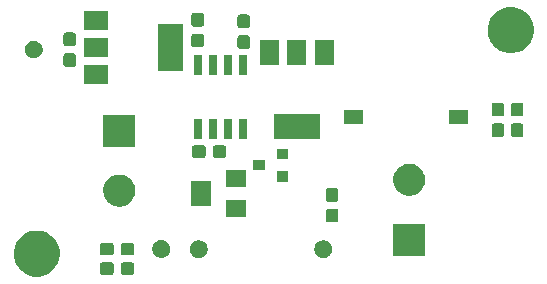
<source format=gbr>
G04 #@! TF.GenerationSoftware,KiCad,Pcbnew,5.0.2+dfsg1-1*
G04 #@! TF.CreationDate,2020-04-05T02:10:05-04:00*
G04 #@! TF.ProjectId,vreg-741,76726567-2d37-4343-912e-6b696361645f,rev?*
G04 #@! TF.SameCoordinates,Original*
G04 #@! TF.FileFunction,Soldermask,Top*
G04 #@! TF.FilePolarity,Negative*
%FSLAX46Y46*%
G04 Gerber Fmt 4.6, Leading zero omitted, Abs format (unit mm)*
G04 Created by KiCad (PCBNEW 5.0.2+dfsg1-1) date Sun 05 Apr 2020 02:10:05 AM EDT*
%MOMM*%
%LPD*%
G01*
G04 APERTURE LIST*
%ADD10C,0.100000*%
G04 APERTURE END LIST*
D10*
G36*
X168717083Y-86515975D02*
X168717085Y-86515976D01*
X168717086Y-86515976D01*
X169072145Y-86663046D01*
X169072146Y-86663047D01*
X169391693Y-86876561D01*
X169663439Y-87148307D01*
X169663441Y-87148310D01*
X169876954Y-87467855D01*
X170011196Y-87791944D01*
X170024025Y-87822917D01*
X170099000Y-88199842D01*
X170099000Y-88584158D01*
X170069366Y-88733140D01*
X170024024Y-88961086D01*
X169876954Y-89316145D01*
X169821592Y-89399000D01*
X169663439Y-89635693D01*
X169391693Y-89907439D01*
X169391690Y-89907441D01*
X169072145Y-90120954D01*
X168717086Y-90268024D01*
X168717085Y-90268024D01*
X168717083Y-90268025D01*
X168340158Y-90343000D01*
X167955842Y-90343000D01*
X167578917Y-90268025D01*
X167578915Y-90268024D01*
X167578914Y-90268024D01*
X167223855Y-90120954D01*
X166904310Y-89907441D01*
X166904307Y-89907439D01*
X166632561Y-89635693D01*
X166474408Y-89399000D01*
X166419046Y-89316145D01*
X166271976Y-88961086D01*
X166226635Y-88733140D01*
X166197000Y-88584158D01*
X166197000Y-88199842D01*
X166271975Y-87822917D01*
X166284804Y-87791944D01*
X166419046Y-87467855D01*
X166632559Y-87148310D01*
X166632561Y-87148307D01*
X166904307Y-86876561D01*
X167223854Y-86663047D01*
X167223855Y-86663046D01*
X167578914Y-86515976D01*
X167578915Y-86515976D01*
X167578917Y-86515975D01*
X167955842Y-86441000D01*
X168340158Y-86441000D01*
X168717083Y-86515975D01*
X168717083Y-86515975D01*
G37*
G36*
X176253859Y-89140445D02*
X176291353Y-89151819D01*
X176325917Y-89170294D01*
X176356207Y-89195153D01*
X176381066Y-89225443D01*
X176399541Y-89260007D01*
X176410915Y-89297501D01*
X176415360Y-89342638D01*
X176415360Y-89981362D01*
X176410915Y-90026499D01*
X176399541Y-90063993D01*
X176381066Y-90098557D01*
X176356207Y-90128847D01*
X176325917Y-90153706D01*
X176291353Y-90172181D01*
X176253859Y-90183555D01*
X176208722Y-90188000D01*
X175469998Y-90188000D01*
X175424861Y-90183555D01*
X175387367Y-90172181D01*
X175352803Y-90153706D01*
X175322513Y-90128847D01*
X175297654Y-90098557D01*
X175279179Y-90063993D01*
X175267805Y-90026499D01*
X175263360Y-89981362D01*
X175263360Y-89342638D01*
X175267805Y-89297501D01*
X175279179Y-89260007D01*
X175297654Y-89225443D01*
X175322513Y-89195153D01*
X175352803Y-89170294D01*
X175387367Y-89151819D01*
X175424861Y-89140445D01*
X175469998Y-89136000D01*
X176208722Y-89136000D01*
X176253859Y-89140445D01*
X176253859Y-89140445D01*
G37*
G36*
X174503859Y-89140445D02*
X174541353Y-89151819D01*
X174575917Y-89170294D01*
X174606207Y-89195153D01*
X174631066Y-89225443D01*
X174649541Y-89260007D01*
X174660915Y-89297501D01*
X174665360Y-89342638D01*
X174665360Y-89981362D01*
X174660915Y-90026499D01*
X174649541Y-90063993D01*
X174631066Y-90098557D01*
X174606207Y-90128847D01*
X174575917Y-90153706D01*
X174541353Y-90172181D01*
X174503859Y-90183555D01*
X174458722Y-90188000D01*
X173719998Y-90188000D01*
X173674861Y-90183555D01*
X173637367Y-90172181D01*
X173602803Y-90153706D01*
X173572513Y-90128847D01*
X173547654Y-90098557D01*
X173529179Y-90063993D01*
X173517805Y-90026499D01*
X173513360Y-89981362D01*
X173513360Y-89342638D01*
X173517805Y-89297501D01*
X173529179Y-89260007D01*
X173547654Y-89225443D01*
X173572513Y-89195153D01*
X173602803Y-89170294D01*
X173637367Y-89151819D01*
X173674861Y-89140445D01*
X173719998Y-89136000D01*
X174458722Y-89136000D01*
X174503859Y-89140445D01*
X174503859Y-89140445D01*
G37*
G36*
X181996004Y-87271544D02*
X182083059Y-87288860D01*
X182219732Y-87345472D01*
X182219733Y-87345473D01*
X182342738Y-87427662D01*
X182447338Y-87532262D01*
X182447340Y-87532265D01*
X182529528Y-87655268D01*
X182586140Y-87791941D01*
X182615000Y-87937033D01*
X182615000Y-88084967D01*
X182586140Y-88230059D01*
X182529528Y-88366732D01*
X182468038Y-88458758D01*
X182447338Y-88489738D01*
X182342738Y-88594338D01*
X182342735Y-88594340D01*
X182219732Y-88676528D01*
X182083059Y-88733140D01*
X181996004Y-88750456D01*
X181937969Y-88762000D01*
X181790031Y-88762000D01*
X181731996Y-88750456D01*
X181644941Y-88733140D01*
X181508268Y-88676528D01*
X181385265Y-88594340D01*
X181385262Y-88594338D01*
X181280662Y-88489738D01*
X181259962Y-88458758D01*
X181198472Y-88366732D01*
X181141860Y-88230059D01*
X181113000Y-88084967D01*
X181113000Y-87937033D01*
X181141860Y-87791941D01*
X181198472Y-87655268D01*
X181280660Y-87532265D01*
X181280662Y-87532262D01*
X181385262Y-87427662D01*
X181508267Y-87345473D01*
X181508268Y-87345472D01*
X181644941Y-87288860D01*
X181731996Y-87271544D01*
X181790031Y-87260000D01*
X181937969Y-87260000D01*
X181996004Y-87271544D01*
X181996004Y-87271544D01*
G37*
G36*
X192537004Y-87271544D02*
X192624059Y-87288860D01*
X192760732Y-87345472D01*
X192760733Y-87345473D01*
X192883738Y-87427662D01*
X192988338Y-87532262D01*
X192988340Y-87532265D01*
X193070528Y-87655268D01*
X193127140Y-87791941D01*
X193156000Y-87937033D01*
X193156000Y-88084967D01*
X193127140Y-88230059D01*
X193070528Y-88366732D01*
X193009038Y-88458758D01*
X192988338Y-88489738D01*
X192883738Y-88594338D01*
X192883735Y-88594340D01*
X192760732Y-88676528D01*
X192624059Y-88733140D01*
X192537004Y-88750456D01*
X192478969Y-88762000D01*
X192331031Y-88762000D01*
X192272996Y-88750456D01*
X192185941Y-88733140D01*
X192049268Y-88676528D01*
X191926265Y-88594340D01*
X191926262Y-88594338D01*
X191821662Y-88489738D01*
X191800962Y-88458758D01*
X191739472Y-88366732D01*
X191682860Y-88230059D01*
X191654000Y-88084967D01*
X191654000Y-87937033D01*
X191682860Y-87791941D01*
X191739472Y-87655268D01*
X191821660Y-87532265D01*
X191821662Y-87532262D01*
X191926262Y-87427662D01*
X192049267Y-87345473D01*
X192049268Y-87345472D01*
X192185941Y-87288860D01*
X192272996Y-87271544D01*
X192331031Y-87260000D01*
X192478969Y-87260000D01*
X192537004Y-87271544D01*
X192537004Y-87271544D01*
G37*
G36*
X178818269Y-87260000D02*
X178908059Y-87277860D01*
X179044732Y-87334472D01*
X179061196Y-87345473D01*
X179167738Y-87416662D01*
X179272338Y-87521262D01*
X179272340Y-87521265D01*
X179354528Y-87644268D01*
X179411140Y-87780941D01*
X179440000Y-87926033D01*
X179440000Y-88073967D01*
X179411140Y-88219059D01*
X179354528Y-88355732D01*
X179312318Y-88418904D01*
X179272338Y-88478738D01*
X179167738Y-88583338D01*
X179167735Y-88583340D01*
X179044732Y-88665528D01*
X178908059Y-88722140D01*
X178821004Y-88739456D01*
X178762969Y-88751000D01*
X178615031Y-88751000D01*
X178556996Y-88739456D01*
X178469941Y-88722140D01*
X178333268Y-88665528D01*
X178210265Y-88583340D01*
X178210262Y-88583338D01*
X178105662Y-88478738D01*
X178065682Y-88418904D01*
X178023472Y-88355732D01*
X177966860Y-88219059D01*
X177938000Y-88073967D01*
X177938000Y-87926033D01*
X177966860Y-87780941D01*
X178023472Y-87644268D01*
X178105660Y-87521265D01*
X178105662Y-87521262D01*
X178210262Y-87416662D01*
X178316804Y-87345473D01*
X178333268Y-87334472D01*
X178469941Y-87277860D01*
X178559731Y-87260000D01*
X178615031Y-87249000D01*
X178762969Y-87249000D01*
X178818269Y-87260000D01*
X178818269Y-87260000D01*
G37*
G36*
X201045800Y-88574600D02*
X198343800Y-88574600D01*
X198343800Y-85872600D01*
X201045800Y-85872600D01*
X201045800Y-88574600D01*
X201045800Y-88574600D01*
G37*
G36*
X176253859Y-87488234D02*
X176291353Y-87499608D01*
X176325917Y-87518083D01*
X176356207Y-87542942D01*
X176381066Y-87573232D01*
X176399541Y-87607796D01*
X176410915Y-87645290D01*
X176415360Y-87690427D01*
X176415360Y-88329151D01*
X176410915Y-88374288D01*
X176399541Y-88411782D01*
X176381066Y-88446346D01*
X176356207Y-88476636D01*
X176325917Y-88501495D01*
X176291353Y-88519970D01*
X176253859Y-88531344D01*
X176208722Y-88535789D01*
X175469998Y-88535789D01*
X175424861Y-88531344D01*
X175387367Y-88519970D01*
X175352803Y-88501495D01*
X175322513Y-88476636D01*
X175297654Y-88446346D01*
X175279179Y-88411782D01*
X175267805Y-88374288D01*
X175263360Y-88329151D01*
X175263360Y-87690427D01*
X175267805Y-87645290D01*
X175279179Y-87607796D01*
X175297654Y-87573232D01*
X175322513Y-87542942D01*
X175352803Y-87518083D01*
X175387367Y-87499608D01*
X175424861Y-87488234D01*
X175469998Y-87483789D01*
X176208722Y-87483789D01*
X176253859Y-87488234D01*
X176253859Y-87488234D01*
G37*
G36*
X174503859Y-87488234D02*
X174541353Y-87499608D01*
X174575917Y-87518083D01*
X174606207Y-87542942D01*
X174631066Y-87573232D01*
X174649541Y-87607796D01*
X174660915Y-87645290D01*
X174665360Y-87690427D01*
X174665360Y-88329151D01*
X174660915Y-88374288D01*
X174649541Y-88411782D01*
X174631066Y-88446346D01*
X174606207Y-88476636D01*
X174575917Y-88501495D01*
X174541353Y-88519970D01*
X174503859Y-88531344D01*
X174458722Y-88535789D01*
X173719998Y-88535789D01*
X173674861Y-88531344D01*
X173637367Y-88519970D01*
X173602803Y-88501495D01*
X173572513Y-88476636D01*
X173547654Y-88446346D01*
X173529179Y-88411782D01*
X173517805Y-88374288D01*
X173513360Y-88329151D01*
X173513360Y-87690427D01*
X173517805Y-87645290D01*
X173529179Y-87607796D01*
X173547654Y-87573232D01*
X173572513Y-87542942D01*
X173602803Y-87518083D01*
X173637367Y-87499608D01*
X173674861Y-87488234D01*
X173719998Y-87483789D01*
X174458722Y-87483789D01*
X174503859Y-87488234D01*
X174503859Y-87488234D01*
G37*
G36*
X193518799Y-84593345D02*
X193556293Y-84604719D01*
X193590857Y-84623194D01*
X193621147Y-84648053D01*
X193646006Y-84678343D01*
X193664481Y-84712907D01*
X193675855Y-84750401D01*
X193680300Y-84795538D01*
X193680300Y-85534262D01*
X193675855Y-85579399D01*
X193664481Y-85616893D01*
X193646006Y-85651457D01*
X193621147Y-85681747D01*
X193590857Y-85706606D01*
X193556293Y-85725081D01*
X193518799Y-85736455D01*
X193473662Y-85740900D01*
X192834938Y-85740900D01*
X192789801Y-85736455D01*
X192752307Y-85725081D01*
X192717743Y-85706606D01*
X192687453Y-85681747D01*
X192662594Y-85651457D01*
X192644119Y-85616893D01*
X192632745Y-85579399D01*
X192628300Y-85534262D01*
X192628300Y-84795538D01*
X192632745Y-84750401D01*
X192644119Y-84712907D01*
X192662594Y-84678343D01*
X192687453Y-84648053D01*
X192717743Y-84623194D01*
X192752307Y-84604719D01*
X192789801Y-84593345D01*
X192834938Y-84588900D01*
X193473662Y-84588900D01*
X193518799Y-84593345D01*
X193518799Y-84593345D01*
G37*
G36*
X185841400Y-85252600D02*
X184139400Y-85252600D01*
X184139400Y-83850600D01*
X185841400Y-83850600D01*
X185841400Y-85252600D01*
X185841400Y-85252600D01*
G37*
G36*
X175396567Y-81732959D02*
X175527072Y-81758918D01*
X175772939Y-81860759D01*
X175993464Y-82008110D01*
X175994215Y-82008612D01*
X176182388Y-82196785D01*
X176182390Y-82196788D01*
X176330241Y-82418061D01*
X176379785Y-82537672D01*
X176432082Y-82663929D01*
X176484000Y-82924937D01*
X176484000Y-83191063D01*
X176458041Y-83321567D01*
X176432082Y-83452072D01*
X176330241Y-83697939D01*
X176185960Y-83913869D01*
X176182388Y-83919215D01*
X175994215Y-84107388D01*
X175994212Y-84107390D01*
X175772939Y-84255241D01*
X175527072Y-84357082D01*
X175396567Y-84383041D01*
X175266063Y-84409000D01*
X174999937Y-84409000D01*
X174869433Y-84383041D01*
X174738928Y-84357082D01*
X174493061Y-84255241D01*
X174271788Y-84107390D01*
X174271785Y-84107388D01*
X174083612Y-83919215D01*
X174080040Y-83913869D01*
X173935759Y-83697939D01*
X173833918Y-83452072D01*
X173807959Y-83321567D01*
X173782000Y-83191063D01*
X173782000Y-82924937D01*
X173833918Y-82663929D01*
X173886215Y-82537672D01*
X173935759Y-82418061D01*
X174083610Y-82196788D01*
X174083612Y-82196785D01*
X174271785Y-82008612D01*
X174272536Y-82008110D01*
X174493061Y-81860759D01*
X174738928Y-81758918D01*
X174869433Y-81732959D01*
X174999937Y-81707000D01*
X175266063Y-81707000D01*
X175396567Y-81732959D01*
X175396567Y-81732959D01*
G37*
G36*
X182941400Y-84352600D02*
X181239400Y-84352600D01*
X181239400Y-82250600D01*
X182941400Y-82250600D01*
X182941400Y-84352600D01*
X182941400Y-84352600D01*
G37*
G36*
X193518799Y-82843345D02*
X193556293Y-82854719D01*
X193590857Y-82873194D01*
X193621147Y-82898053D01*
X193646006Y-82928343D01*
X193664481Y-82962907D01*
X193675855Y-83000401D01*
X193680300Y-83045538D01*
X193680300Y-83784262D01*
X193675855Y-83829399D01*
X193664481Y-83866893D01*
X193646006Y-83901457D01*
X193621147Y-83931747D01*
X193590857Y-83956606D01*
X193556293Y-83975081D01*
X193518799Y-83986455D01*
X193473662Y-83990900D01*
X192834938Y-83990900D01*
X192789801Y-83986455D01*
X192752307Y-83975081D01*
X192717743Y-83956606D01*
X192687453Y-83931747D01*
X192662594Y-83901457D01*
X192644119Y-83866893D01*
X192632745Y-83829399D01*
X192628300Y-83784262D01*
X192628300Y-83045538D01*
X192632745Y-83000401D01*
X192644119Y-82962907D01*
X192662594Y-82928343D01*
X192687453Y-82898053D01*
X192717743Y-82873194D01*
X192752307Y-82854719D01*
X192789801Y-82843345D01*
X192834938Y-82838900D01*
X193473662Y-82838900D01*
X193518799Y-82843345D01*
X193518799Y-82843345D01*
G37*
G36*
X199958367Y-80818559D02*
X200088872Y-80844518D01*
X200334739Y-80946359D01*
X200555264Y-81093710D01*
X200556015Y-81094212D01*
X200744188Y-81282385D01*
X200744190Y-81282388D01*
X200892041Y-81503661D01*
X200976266Y-81707000D01*
X200993882Y-81749529D01*
X201045417Y-82008610D01*
X201045800Y-82010538D01*
X201045800Y-82276662D01*
X200993882Y-82537672D01*
X200892041Y-82783539D01*
X200795285Y-82928343D01*
X200744188Y-83004815D01*
X200556015Y-83192988D01*
X200556012Y-83192990D01*
X200334739Y-83340841D01*
X200088872Y-83442682D01*
X200041670Y-83452071D01*
X199827863Y-83494600D01*
X199561737Y-83494600D01*
X199347930Y-83452071D01*
X199300728Y-83442682D01*
X199054861Y-83340841D01*
X198833588Y-83192990D01*
X198833585Y-83192988D01*
X198645412Y-83004815D01*
X198594315Y-82928343D01*
X198497559Y-82783539D01*
X198395718Y-82537672D01*
X198343800Y-82276662D01*
X198343800Y-82010538D01*
X198344184Y-82008610D01*
X198395718Y-81749529D01*
X198413334Y-81707000D01*
X198497559Y-81503661D01*
X198645410Y-81282388D01*
X198645412Y-81282385D01*
X198833585Y-81094212D01*
X198834336Y-81093710D01*
X199054861Y-80946359D01*
X199300728Y-80844518D01*
X199431233Y-80818559D01*
X199561737Y-80792600D01*
X199827863Y-80792600D01*
X199958367Y-80818559D01*
X199958367Y-80818559D01*
G37*
G36*
X185841400Y-82752600D02*
X184139400Y-82752600D01*
X184139400Y-81350600D01*
X185841400Y-81350600D01*
X185841400Y-82752600D01*
X185841400Y-82752600D01*
G37*
G36*
X189461000Y-82300000D02*
X188459000Y-82300000D01*
X188459000Y-81398000D01*
X189461000Y-81398000D01*
X189461000Y-82300000D01*
X189461000Y-82300000D01*
G37*
G36*
X187461000Y-81350000D02*
X186459000Y-81350000D01*
X186459000Y-80448000D01*
X187461000Y-80448000D01*
X187461000Y-81350000D01*
X187461000Y-81350000D01*
G37*
G36*
X189461000Y-80400000D02*
X188459000Y-80400000D01*
X188459000Y-79498000D01*
X189461000Y-79498000D01*
X189461000Y-80400000D01*
X189461000Y-80400000D01*
G37*
G36*
X182292499Y-79234445D02*
X182329993Y-79245819D01*
X182364557Y-79264294D01*
X182394847Y-79289153D01*
X182419706Y-79319443D01*
X182438181Y-79354007D01*
X182449555Y-79391501D01*
X182454000Y-79436638D01*
X182454000Y-80075362D01*
X182449555Y-80120499D01*
X182438181Y-80157993D01*
X182419706Y-80192557D01*
X182394847Y-80222847D01*
X182364557Y-80247706D01*
X182329993Y-80266181D01*
X182292499Y-80277555D01*
X182247362Y-80282000D01*
X181508638Y-80282000D01*
X181463501Y-80277555D01*
X181426007Y-80266181D01*
X181391443Y-80247706D01*
X181361153Y-80222847D01*
X181336294Y-80192557D01*
X181317819Y-80157993D01*
X181306445Y-80120499D01*
X181302000Y-80075362D01*
X181302000Y-79436638D01*
X181306445Y-79391501D01*
X181317819Y-79354007D01*
X181336294Y-79319443D01*
X181361153Y-79289153D01*
X181391443Y-79264294D01*
X181426007Y-79245819D01*
X181463501Y-79234445D01*
X181508638Y-79230000D01*
X182247362Y-79230000D01*
X182292499Y-79234445D01*
X182292499Y-79234445D01*
G37*
G36*
X184042499Y-79234445D02*
X184079993Y-79245819D01*
X184114557Y-79264294D01*
X184144847Y-79289153D01*
X184169706Y-79319443D01*
X184188181Y-79354007D01*
X184199555Y-79391501D01*
X184204000Y-79436638D01*
X184204000Y-80075362D01*
X184199555Y-80120499D01*
X184188181Y-80157993D01*
X184169706Y-80192557D01*
X184144847Y-80222847D01*
X184114557Y-80247706D01*
X184079993Y-80266181D01*
X184042499Y-80277555D01*
X183997362Y-80282000D01*
X183258638Y-80282000D01*
X183213501Y-80277555D01*
X183176007Y-80266181D01*
X183141443Y-80247706D01*
X183111153Y-80222847D01*
X183086294Y-80192557D01*
X183067819Y-80157993D01*
X183056445Y-80120499D01*
X183052000Y-80075362D01*
X183052000Y-79436638D01*
X183056445Y-79391501D01*
X183067819Y-79354007D01*
X183086294Y-79319443D01*
X183111153Y-79289153D01*
X183141443Y-79264294D01*
X183176007Y-79245819D01*
X183213501Y-79234445D01*
X183258638Y-79230000D01*
X183997362Y-79230000D01*
X184042499Y-79234445D01*
X184042499Y-79234445D01*
G37*
G36*
X176484000Y-79329000D02*
X173782000Y-79329000D01*
X173782000Y-76627000D01*
X176484000Y-76627000D01*
X176484000Y-79329000D01*
X176484000Y-79329000D01*
G37*
G36*
X192133500Y-78686500D02*
X188231500Y-78686500D01*
X188231500Y-76584500D01*
X192133500Y-76584500D01*
X192133500Y-78686500D01*
X192133500Y-78686500D01*
G37*
G36*
X185981500Y-78663500D02*
X185279500Y-78663500D01*
X185279500Y-77011500D01*
X185981500Y-77011500D01*
X185981500Y-78663500D01*
X185981500Y-78663500D01*
G37*
G36*
X184711500Y-78663500D02*
X184009500Y-78663500D01*
X184009500Y-77011500D01*
X184711500Y-77011500D01*
X184711500Y-78663500D01*
X184711500Y-78663500D01*
G37*
G36*
X182171500Y-78663500D02*
X181469500Y-78663500D01*
X181469500Y-77011500D01*
X182171500Y-77011500D01*
X182171500Y-78663500D01*
X182171500Y-78663500D01*
G37*
G36*
X183441500Y-78663500D02*
X182739500Y-78663500D01*
X182739500Y-77011500D01*
X183441500Y-77011500D01*
X183441500Y-78663500D01*
X183441500Y-78663500D01*
G37*
G36*
X209190599Y-77368345D02*
X209228093Y-77379719D01*
X209262657Y-77398194D01*
X209292947Y-77423053D01*
X209317806Y-77453343D01*
X209336281Y-77487907D01*
X209347655Y-77525401D01*
X209352100Y-77570538D01*
X209352100Y-78309262D01*
X209347655Y-78354399D01*
X209336281Y-78391893D01*
X209317806Y-78426457D01*
X209292947Y-78456747D01*
X209262657Y-78481606D01*
X209228093Y-78500081D01*
X209190599Y-78511455D01*
X209145462Y-78515900D01*
X208506738Y-78515900D01*
X208461601Y-78511455D01*
X208424107Y-78500081D01*
X208389543Y-78481606D01*
X208359253Y-78456747D01*
X208334394Y-78426457D01*
X208315919Y-78391893D01*
X208304545Y-78354399D01*
X208300100Y-78309262D01*
X208300100Y-77570538D01*
X208304545Y-77525401D01*
X208315919Y-77487907D01*
X208334394Y-77453343D01*
X208359253Y-77423053D01*
X208389543Y-77398194D01*
X208424107Y-77379719D01*
X208461601Y-77368345D01*
X208506738Y-77363900D01*
X209145462Y-77363900D01*
X209190599Y-77368345D01*
X209190599Y-77368345D01*
G37*
G36*
X207564999Y-77367045D02*
X207602493Y-77378419D01*
X207637057Y-77396894D01*
X207667347Y-77421753D01*
X207692206Y-77452043D01*
X207710681Y-77486607D01*
X207722055Y-77524101D01*
X207726500Y-77569238D01*
X207726500Y-78307962D01*
X207722055Y-78353099D01*
X207710681Y-78390593D01*
X207692206Y-78425157D01*
X207667347Y-78455447D01*
X207637057Y-78480306D01*
X207602493Y-78498781D01*
X207564999Y-78510155D01*
X207519862Y-78514600D01*
X206881138Y-78514600D01*
X206836001Y-78510155D01*
X206798507Y-78498781D01*
X206763943Y-78480306D01*
X206733653Y-78455447D01*
X206708794Y-78425157D01*
X206690319Y-78390593D01*
X206678945Y-78353099D01*
X206674500Y-78307962D01*
X206674500Y-77569238D01*
X206678945Y-77524101D01*
X206690319Y-77486607D01*
X206708794Y-77452043D01*
X206733653Y-77421753D01*
X206763943Y-77396894D01*
X206798507Y-77378419D01*
X206836001Y-77367045D01*
X206881138Y-77362600D01*
X207519862Y-77362600D01*
X207564999Y-77367045D01*
X207564999Y-77367045D01*
G37*
G36*
X204691800Y-77461400D02*
X203089800Y-77461400D01*
X203089800Y-76259400D01*
X204691800Y-76259400D01*
X204691800Y-77461400D01*
X204691800Y-77461400D01*
G37*
G36*
X195791800Y-77461400D02*
X194189800Y-77461400D01*
X194189800Y-76259400D01*
X195791800Y-76259400D01*
X195791800Y-77461400D01*
X195791800Y-77461400D01*
G37*
G36*
X209190599Y-75618345D02*
X209228093Y-75629719D01*
X209262657Y-75648194D01*
X209292947Y-75673053D01*
X209317806Y-75703343D01*
X209336281Y-75737907D01*
X209347655Y-75775401D01*
X209352100Y-75820538D01*
X209352100Y-76559262D01*
X209347655Y-76604399D01*
X209336281Y-76641893D01*
X209317806Y-76676457D01*
X209292947Y-76706747D01*
X209262657Y-76731606D01*
X209228093Y-76750081D01*
X209190599Y-76761455D01*
X209145462Y-76765900D01*
X208506738Y-76765900D01*
X208461601Y-76761455D01*
X208424107Y-76750081D01*
X208389543Y-76731606D01*
X208359253Y-76706747D01*
X208334394Y-76676457D01*
X208315919Y-76641893D01*
X208304545Y-76604399D01*
X208300100Y-76559262D01*
X208300100Y-75820538D01*
X208304545Y-75775401D01*
X208315919Y-75737907D01*
X208334394Y-75703343D01*
X208359253Y-75673053D01*
X208389543Y-75648194D01*
X208424107Y-75629719D01*
X208461601Y-75618345D01*
X208506738Y-75613900D01*
X209145462Y-75613900D01*
X209190599Y-75618345D01*
X209190599Y-75618345D01*
G37*
G36*
X207564999Y-75617045D02*
X207602493Y-75628419D01*
X207637057Y-75646894D01*
X207667347Y-75671753D01*
X207692206Y-75702043D01*
X207710681Y-75736607D01*
X207722055Y-75774101D01*
X207726500Y-75819238D01*
X207726500Y-76557962D01*
X207722055Y-76603099D01*
X207710681Y-76640593D01*
X207692206Y-76675157D01*
X207667347Y-76705447D01*
X207637057Y-76730306D01*
X207602493Y-76748781D01*
X207564999Y-76760155D01*
X207519862Y-76764600D01*
X206881138Y-76764600D01*
X206836001Y-76760155D01*
X206798507Y-76748781D01*
X206763943Y-76730306D01*
X206733653Y-76705447D01*
X206708794Y-76675157D01*
X206690319Y-76640593D01*
X206678945Y-76603099D01*
X206674500Y-76557962D01*
X206674500Y-75819238D01*
X206678945Y-75774101D01*
X206690319Y-75736607D01*
X206708794Y-75702043D01*
X206733653Y-75671753D01*
X206763943Y-75646894D01*
X206798507Y-75628419D01*
X206836001Y-75617045D01*
X206881138Y-75612600D01*
X207519862Y-75612600D01*
X207564999Y-75617045D01*
X207564999Y-75617045D01*
G37*
G36*
X174215500Y-74044500D02*
X172113500Y-74044500D01*
X172113500Y-72442500D01*
X174215500Y-72442500D01*
X174215500Y-74044500D01*
X174215500Y-74044500D01*
G37*
G36*
X182171500Y-73263500D02*
X181469500Y-73263500D01*
X181469500Y-71611500D01*
X182171500Y-71611500D01*
X182171500Y-73263500D01*
X182171500Y-73263500D01*
G37*
G36*
X183441500Y-73263500D02*
X182739500Y-73263500D01*
X182739500Y-71611500D01*
X183441500Y-71611500D01*
X183441500Y-73263500D01*
X183441500Y-73263500D01*
G37*
G36*
X184711500Y-73263500D02*
X184009500Y-73263500D01*
X184009500Y-71611500D01*
X184711500Y-71611500D01*
X184711500Y-73263500D01*
X184711500Y-73263500D01*
G37*
G36*
X185981500Y-73263500D02*
X185279500Y-73263500D01*
X185279500Y-71611500D01*
X185981500Y-71611500D01*
X185981500Y-73263500D01*
X185981500Y-73263500D01*
G37*
G36*
X180515500Y-72894500D02*
X178413500Y-72894500D01*
X178413500Y-68992500D01*
X180515500Y-68992500D01*
X180515500Y-72894500D01*
X180515500Y-72894500D01*
G37*
G36*
X171306499Y-71423445D02*
X171343993Y-71434819D01*
X171378557Y-71453294D01*
X171408847Y-71478153D01*
X171433706Y-71508443D01*
X171452181Y-71543007D01*
X171463555Y-71580501D01*
X171468000Y-71625638D01*
X171468000Y-72364362D01*
X171463555Y-72409499D01*
X171452181Y-72446993D01*
X171433706Y-72481557D01*
X171408847Y-72511847D01*
X171378557Y-72536706D01*
X171343993Y-72555181D01*
X171306499Y-72566555D01*
X171261362Y-72571000D01*
X170622638Y-72571000D01*
X170577501Y-72566555D01*
X170540007Y-72555181D01*
X170505443Y-72536706D01*
X170475153Y-72511847D01*
X170450294Y-72481557D01*
X170431819Y-72446993D01*
X170420445Y-72409499D01*
X170416000Y-72364362D01*
X170416000Y-71625638D01*
X170420445Y-71580501D01*
X170431819Y-71543007D01*
X170450294Y-71508443D01*
X170475153Y-71478153D01*
X170505443Y-71453294D01*
X170540007Y-71434819D01*
X170577501Y-71423445D01*
X170622638Y-71419000D01*
X171261362Y-71419000D01*
X171306499Y-71423445D01*
X171306499Y-71423445D01*
G37*
G36*
X193283500Y-72386500D02*
X191681500Y-72386500D01*
X191681500Y-70284500D01*
X193283500Y-70284500D01*
X193283500Y-72386500D01*
X193283500Y-72386500D01*
G37*
G36*
X188683500Y-72386500D02*
X187081500Y-72386500D01*
X187081500Y-70284500D01*
X188683500Y-70284500D01*
X188683500Y-72386500D01*
X188683500Y-72386500D01*
G37*
G36*
X190983500Y-72386500D02*
X189381500Y-72386500D01*
X189381500Y-70284500D01*
X190983500Y-70284500D01*
X190983500Y-72386500D01*
X190983500Y-72386500D01*
G37*
G36*
X168026004Y-70380544D02*
X168113059Y-70397860D01*
X168249732Y-70454472D01*
X168249733Y-70454473D01*
X168372738Y-70536662D01*
X168477338Y-70641262D01*
X168477340Y-70641265D01*
X168559528Y-70764268D01*
X168616140Y-70900941D01*
X168619931Y-70920000D01*
X168645000Y-71046031D01*
X168645000Y-71193969D01*
X168644207Y-71197954D01*
X168616140Y-71339059D01*
X168559528Y-71475732D01*
X168537671Y-71508443D01*
X168477338Y-71598738D01*
X168372738Y-71703338D01*
X168372735Y-71703340D01*
X168249732Y-71785528D01*
X168113059Y-71842140D01*
X168026004Y-71859456D01*
X167967969Y-71871000D01*
X167820031Y-71871000D01*
X167761996Y-71859456D01*
X167674941Y-71842140D01*
X167538268Y-71785528D01*
X167415265Y-71703340D01*
X167415262Y-71703338D01*
X167310662Y-71598738D01*
X167250329Y-71508443D01*
X167228472Y-71475732D01*
X167171860Y-71339059D01*
X167143793Y-71197954D01*
X167143000Y-71193969D01*
X167143000Y-71046031D01*
X167168069Y-70920000D01*
X167171860Y-70900941D01*
X167228472Y-70764268D01*
X167310660Y-70641265D01*
X167310662Y-70641262D01*
X167415262Y-70536662D01*
X167538267Y-70454473D01*
X167538268Y-70454472D01*
X167674941Y-70397860D01*
X167761996Y-70380544D01*
X167820031Y-70369000D01*
X167967969Y-70369000D01*
X168026004Y-70380544D01*
X168026004Y-70380544D01*
G37*
G36*
X174215500Y-71744500D02*
X172113500Y-71744500D01*
X172113500Y-70142500D01*
X174215500Y-70142500D01*
X174215500Y-71744500D01*
X174215500Y-71744500D01*
G37*
G36*
X208849083Y-67592975D02*
X208849085Y-67592976D01*
X208849086Y-67592976D01*
X209204145Y-67740046D01*
X209204146Y-67740047D01*
X209523693Y-67953561D01*
X209795439Y-68225307D01*
X209795441Y-68225310D01*
X210008954Y-68544855D01*
X210156024Y-68899914D01*
X210156025Y-68899917D01*
X210231000Y-69276842D01*
X210231000Y-69661158D01*
X210157434Y-70031000D01*
X210156024Y-70038086D01*
X210008954Y-70393145D01*
X209967976Y-70454473D01*
X209795439Y-70712693D01*
X209523693Y-70984439D01*
X209523690Y-70984441D01*
X209204145Y-71197954D01*
X208849086Y-71345024D01*
X208849085Y-71345024D01*
X208849083Y-71345025D01*
X208472158Y-71420000D01*
X208087842Y-71420000D01*
X207710917Y-71345025D01*
X207710915Y-71345024D01*
X207710914Y-71345024D01*
X207355855Y-71197954D01*
X207036310Y-70984441D01*
X207036307Y-70984439D01*
X206764561Y-70712693D01*
X206592024Y-70454473D01*
X206551046Y-70393145D01*
X206403976Y-70038086D01*
X206402567Y-70031000D01*
X206329000Y-69661158D01*
X206329000Y-69276842D01*
X206403975Y-68899917D01*
X206403976Y-68899914D01*
X206551046Y-68544855D01*
X206764559Y-68225310D01*
X206764561Y-68225307D01*
X207036307Y-67953561D01*
X207355854Y-67740047D01*
X207355855Y-67740046D01*
X207710914Y-67592976D01*
X207710915Y-67592976D01*
X207710917Y-67592975D01*
X208087842Y-67518000D01*
X208472158Y-67518000D01*
X208849083Y-67592975D01*
X208849083Y-67592975D01*
G37*
G36*
X186038499Y-69899445D02*
X186075993Y-69910819D01*
X186110557Y-69929294D01*
X186140847Y-69954153D01*
X186165706Y-69984443D01*
X186184181Y-70019007D01*
X186195555Y-70056501D01*
X186200000Y-70101638D01*
X186200000Y-70840362D01*
X186195555Y-70885499D01*
X186184181Y-70922993D01*
X186165706Y-70957557D01*
X186140847Y-70987847D01*
X186110557Y-71012706D01*
X186075993Y-71031181D01*
X186038499Y-71042555D01*
X185993362Y-71047000D01*
X185354638Y-71047000D01*
X185309501Y-71042555D01*
X185272007Y-71031181D01*
X185237443Y-71012706D01*
X185207153Y-70987847D01*
X185182294Y-70957557D01*
X185163819Y-70922993D01*
X185152445Y-70885499D01*
X185148000Y-70840362D01*
X185148000Y-70101638D01*
X185152445Y-70056501D01*
X185163819Y-70019007D01*
X185182294Y-69984443D01*
X185207153Y-69954153D01*
X185237443Y-69929294D01*
X185272007Y-69910819D01*
X185309501Y-69899445D01*
X185354638Y-69895000D01*
X185993362Y-69895000D01*
X186038499Y-69899445D01*
X186038499Y-69899445D01*
G37*
G36*
X182141499Y-69772445D02*
X182178993Y-69783819D01*
X182213557Y-69802294D01*
X182243847Y-69827153D01*
X182268706Y-69857443D01*
X182287181Y-69892007D01*
X182298555Y-69929501D01*
X182303000Y-69974638D01*
X182303000Y-70713362D01*
X182298555Y-70758499D01*
X182287181Y-70795993D01*
X182268706Y-70830557D01*
X182243847Y-70860847D01*
X182213557Y-70885706D01*
X182178993Y-70904181D01*
X182141499Y-70915555D01*
X182096362Y-70920000D01*
X181457638Y-70920000D01*
X181412501Y-70915555D01*
X181375007Y-70904181D01*
X181340443Y-70885706D01*
X181310153Y-70860847D01*
X181285294Y-70830557D01*
X181266819Y-70795993D01*
X181255445Y-70758499D01*
X181251000Y-70713362D01*
X181251000Y-69974638D01*
X181255445Y-69929501D01*
X181266819Y-69892007D01*
X181285294Y-69857443D01*
X181310153Y-69827153D01*
X181340443Y-69802294D01*
X181375007Y-69783819D01*
X181412501Y-69772445D01*
X181457638Y-69768000D01*
X182096362Y-69768000D01*
X182141499Y-69772445D01*
X182141499Y-69772445D01*
G37*
G36*
X171306499Y-69673445D02*
X171343993Y-69684819D01*
X171378557Y-69703294D01*
X171408847Y-69728153D01*
X171433706Y-69758443D01*
X171452181Y-69793007D01*
X171463555Y-69830501D01*
X171468000Y-69875638D01*
X171468000Y-70614362D01*
X171463555Y-70659499D01*
X171452181Y-70696993D01*
X171433706Y-70731557D01*
X171408847Y-70761847D01*
X171378557Y-70786706D01*
X171343993Y-70805181D01*
X171306499Y-70816555D01*
X171261362Y-70821000D01*
X170622638Y-70821000D01*
X170577501Y-70816555D01*
X170540007Y-70805181D01*
X170505443Y-70786706D01*
X170475153Y-70761847D01*
X170450294Y-70731557D01*
X170431819Y-70696993D01*
X170420445Y-70659499D01*
X170416000Y-70614362D01*
X170416000Y-69875638D01*
X170420445Y-69830501D01*
X170431819Y-69793007D01*
X170450294Y-69758443D01*
X170475153Y-69728153D01*
X170505443Y-69703294D01*
X170540007Y-69684819D01*
X170577501Y-69673445D01*
X170622638Y-69669000D01*
X171261362Y-69669000D01*
X171306499Y-69673445D01*
X171306499Y-69673445D01*
G37*
G36*
X174215500Y-69444500D02*
X172113500Y-69444500D01*
X172113500Y-67842500D01*
X174215500Y-67842500D01*
X174215500Y-69444500D01*
X174215500Y-69444500D01*
G37*
G36*
X186038499Y-68149445D02*
X186075993Y-68160819D01*
X186110557Y-68179294D01*
X186140847Y-68204153D01*
X186165706Y-68234443D01*
X186184181Y-68269007D01*
X186195555Y-68306501D01*
X186200000Y-68351638D01*
X186200000Y-69090362D01*
X186195555Y-69135499D01*
X186184181Y-69172993D01*
X186165706Y-69207557D01*
X186140847Y-69237847D01*
X186110557Y-69262706D01*
X186075993Y-69281181D01*
X186038499Y-69292555D01*
X185993362Y-69297000D01*
X185354638Y-69297000D01*
X185309501Y-69292555D01*
X185272007Y-69281181D01*
X185237443Y-69262706D01*
X185207153Y-69237847D01*
X185182294Y-69207557D01*
X185163819Y-69172993D01*
X185152445Y-69135499D01*
X185148000Y-69090362D01*
X185148000Y-68351638D01*
X185152445Y-68306501D01*
X185163819Y-68269007D01*
X185182294Y-68234443D01*
X185207153Y-68204153D01*
X185237443Y-68179294D01*
X185272007Y-68160819D01*
X185309501Y-68149445D01*
X185354638Y-68145000D01*
X185993362Y-68145000D01*
X186038499Y-68149445D01*
X186038499Y-68149445D01*
G37*
G36*
X182141499Y-68022445D02*
X182178993Y-68033819D01*
X182213557Y-68052294D01*
X182243847Y-68077153D01*
X182268706Y-68107443D01*
X182287181Y-68142007D01*
X182298555Y-68179501D01*
X182303000Y-68224638D01*
X182303000Y-68963362D01*
X182298555Y-69008499D01*
X182287181Y-69045993D01*
X182268706Y-69080557D01*
X182243847Y-69110847D01*
X182213557Y-69135706D01*
X182178993Y-69154181D01*
X182141499Y-69165555D01*
X182096362Y-69170000D01*
X181457638Y-69170000D01*
X181412501Y-69165555D01*
X181375007Y-69154181D01*
X181340443Y-69135706D01*
X181310153Y-69110847D01*
X181285294Y-69080557D01*
X181266819Y-69045993D01*
X181255445Y-69008499D01*
X181251000Y-68963362D01*
X181251000Y-68224638D01*
X181255445Y-68179501D01*
X181266819Y-68142007D01*
X181285294Y-68107443D01*
X181310153Y-68077153D01*
X181340443Y-68052294D01*
X181375007Y-68033819D01*
X181412501Y-68022445D01*
X181457638Y-68018000D01*
X182096362Y-68018000D01*
X182141499Y-68022445D01*
X182141499Y-68022445D01*
G37*
M02*

</source>
